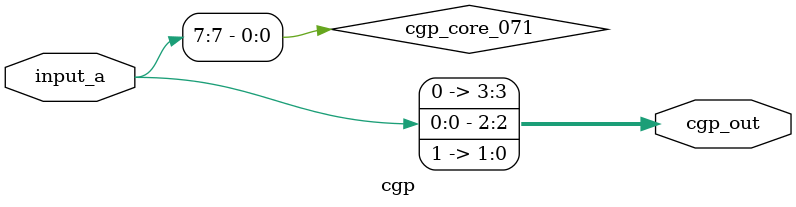
<source format=v>
module cgp(input [11:0] input_a, output [3:0] cgp_out);
  wire cgp_core_014;
  wire cgp_core_015;
  wire cgp_core_016;
  wire cgp_core_017;
  wire cgp_core_019;
  wire cgp_core_020;
  wire cgp_core_023;
  wire cgp_core_024;
  wire cgp_core_025;
  wire cgp_core_026;
  wire cgp_core_027;
  wire cgp_core_029;
  wire cgp_core_033_not;
  wire cgp_core_035;
  wire cgp_core_036;
  wire cgp_core_038;
  wire cgp_core_040;
  wire cgp_core_042;
  wire cgp_core_043;
  wire cgp_core_044;
  wire cgp_core_047;
  wire cgp_core_048;
  wire cgp_core_051;
  wire cgp_core_052;
  wire cgp_core_053;
  wire cgp_core_055_not;
  wire cgp_core_056;
  wire cgp_core_057;
  wire cgp_core_059;
  wire cgp_core_060;
  wire cgp_core_061;
  wire cgp_core_063;
  wire cgp_core_064;
  wire cgp_core_070;
  wire cgp_core_071;
  wire cgp_core_073;
  wire cgp_core_074;
  wire cgp_core_075;
  wire cgp_core_076;
  wire cgp_core_077;

  assign cgp_core_014 = input_a[5] & input_a[8];
  assign cgp_core_015 = ~(input_a[4] & input_a[2]);
  assign cgp_core_016 = input_a[8] ^ input_a[9];
  assign cgp_core_017 = ~input_a[3];
  assign cgp_core_019 = ~(input_a[7] & input_a[11]);
  assign cgp_core_020 = ~(input_a[7] | input_a[1]);
  assign cgp_core_023 = input_a[10] | input_a[3];
  assign cgp_core_024 = input_a[4] ^ input_a[6];
  assign cgp_core_025 = ~input_a[4];
  assign cgp_core_026 = ~(input_a[6] & input_a[4]);
  assign cgp_core_027 = input_a[2] & input_a[1];
  assign cgp_core_029 = ~(input_a[3] ^ input_a[2]);
  assign cgp_core_033_not = ~input_a[10];
  assign cgp_core_035 = ~(input_a[5] | input_a[2]);
  assign cgp_core_036 = input_a[4] | input_a[3];
  assign cgp_core_038 = input_a[2] ^ input_a[7];
  assign cgp_core_040 = input_a[5] & input_a[3];
  assign cgp_core_042 = ~(input_a[6] & input_a[3]);
  assign cgp_core_043 = input_a[0] | input_a[4];
  assign cgp_core_044 = ~(input_a[3] ^ input_a[5]);
  assign cgp_core_047 = input_a[5] | input_a[11];
  assign cgp_core_048 = input_a[9] ^ input_a[11];
  assign cgp_core_051 = input_a[9] | input_a[7];
  assign cgp_core_052 = ~(input_a[5] & input_a[10]);
  assign cgp_core_053 = input_a[10] | input_a[5];
  assign cgp_core_055_not = ~input_a[10];
  assign cgp_core_056 = ~(input_a[1] | input_a[5]);
  assign cgp_core_057 = ~(input_a[1] | input_a[9]);
  assign cgp_core_059 = ~input_a[11];
  assign cgp_core_060 = input_a[2] & input_a[8];
  assign cgp_core_061 = input_a[4] ^ input_a[8];
  assign cgp_core_063 = input_a[4] ^ input_a[5];
  assign cgp_core_064 = input_a[7] ^ input_a[10];
  assign cgp_core_070 = ~input_a[6];
  assign cgp_core_071 = input_a[7] & input_a[7];
  assign cgp_core_073 = ~(input_a[0] | input_a[7]);
  assign cgp_core_074 = ~(input_a[10] | input_a[3]);
  assign cgp_core_075 = input_a[11] | input_a[5];
  assign cgp_core_076 = input_a[7] ^ input_a[3];
  assign cgp_core_077 = input_a[8] ^ input_a[9];

  assign cgp_out[0] = 1'b1;
  assign cgp_out[1] = 1'b1;
  assign cgp_out[2] = input_a[0];
  assign cgp_out[3] = 1'b0;
endmodule
</source>
